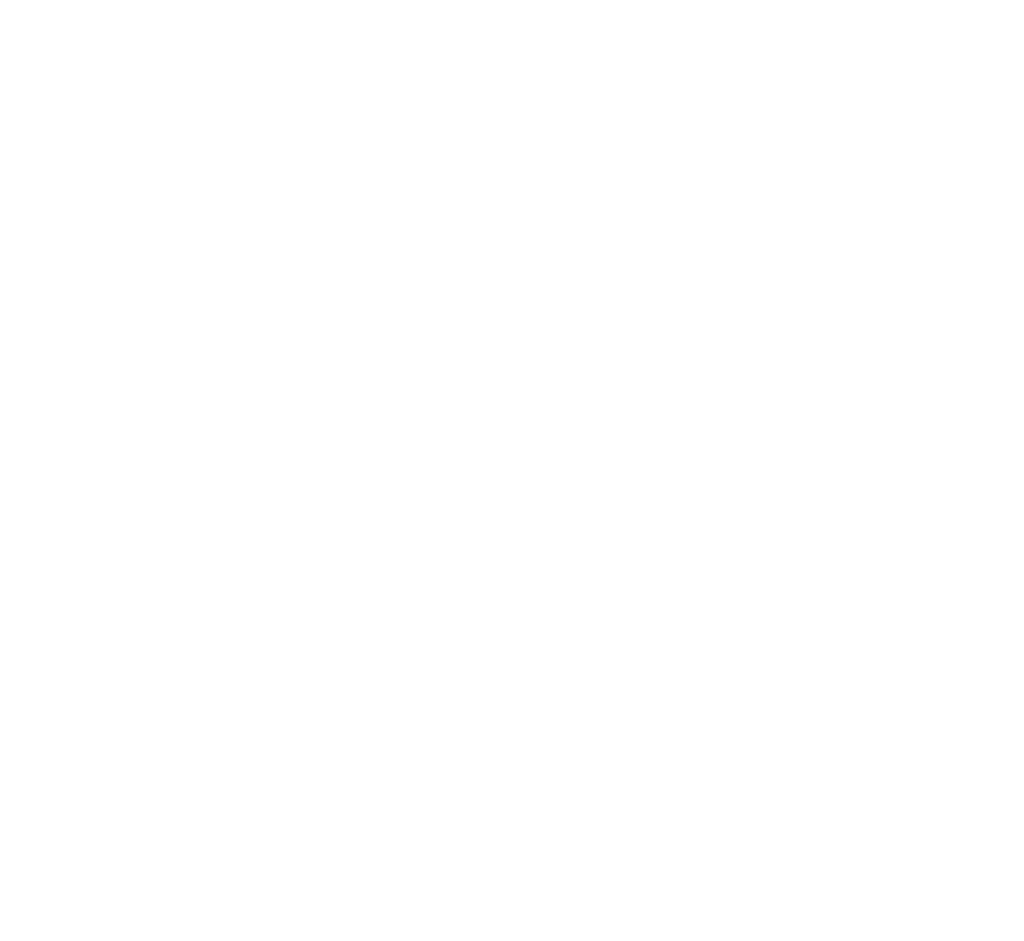
<source format=gbr>
G04 Gerber PCB Fabrication Data in Gerber  Example 2, created by Karel Tavernier, Filip Vermeire and Thomas Weyn*
G04 Ucamco copyright*
%TF.GenerationSoftware,Ucamco,UcamX,1.1.0-1400509*%
%TF.CreationDate,2014-07-14T00:00:00+01:00*%
%FSLAX25Y25*%
%MOMM*%
%TF.FileFunction,Copper,L4,Inr,Plane*%
%TF.FilePolarity,Positive*%
%TF.Part,Single*%
%TF.SameCoordinates*%
%TA.AperFunction,NonConductor*%
%ADD10C,0.20000*%
%TA.AperFunction,AntiPad*%
%ADD11C,0.90000*%
%ADD12C,1.80000*%
%ADD13C,2.50000*%
%ADD14C,3.20000*%
%ADD15C,7.00000*%
%TA.AperFunction,ThermalReliefPad*%
%AMTHERS4*1,1-$6,$1,0,0*1,$6,$2,0,0*21,$6,$1,$3,0,0,$4+$5*21,$6,$3,$1,0,0,$4+$5*%
%ADD16THERS4,1X0.60000X0.20000X45.00X0.00X0*%
%TA.AperFunction,Conductor*%
%ADD17C,0*%
G01*
%LPD*%
D17*
G36*
X100010Y8649990D02*
X4855000D01*
Y8321960D01*
X4853050Y8320430D01*
X4843196Y8308203D01*
X4839676Y8292900D01*
X4843196Y8277596D01*
X4853050Y8265370D01*
X4855000Y8263840D01*
Y7923790D01*
X4988790Y7790000D01*
X7368790D01*
X7520000Y7638790D01*
Y7276210D01*
X7438790Y7195000D01*
X6906210D01*
X6836210Y7265000D01*
X6336210D01*
X6271210Y7330000D01*
X6060220D01*
X6059010Y7333390D01*
X6050550Y7347307D01*
X6037245Y7356700D01*
X6021300Y7360014D01*
X6005354Y7356700D01*
X5992049Y7347307D01*
X5983590Y7333390D01*
X5982380Y7330000D01*
X4993790D01*
X4808790Y7145000D01*
X4363790D01*
X4223790Y7005000D01*
X3871210D01*
X3841210Y7035000D01*
X3728790D01*
X3685000Y6991210D01*
Y6633790D01*
X3715000Y6603790D01*
Y6500000D01*
X3626210D01*
X3606210Y6520000D01*
X3498790D01*
X3460000Y6481210D01*
Y6346210D01*
X3433790Y6320000D01*
X3406210D01*
X3320000Y6406210D01*
Y6453790D01*
X3370000Y6503790D01*
Y6816210D01*
X3285000Y6901210D01*
Y7591210D01*
X3196210Y7680000D01*
X2983790D01*
X2885000Y7581210D01*
Y6906210D01*
X2825000Y6846210D01*
Y6496210D01*
X2795000Y6466210D01*
Y6368790D01*
X2850000Y6313790D01*
Y5886210D01*
X2656250Y5692460D01*
X2653830Y5692710D01*
X2639386Y5691581D01*
X2626291Y5685384D01*
X2616260Y5674931D01*
X2610608Y5661592D01*
X2610075Y5647114D01*
X2614731Y5633395D01*
X2623966Y5622233D01*
X2636570Y5615090D01*
X2640000Y5613900D01*
Y5565630D01*
X2636800Y5564340D01*
X2623615Y5555706D01*
X2614787Y5542651D01*
X2611684Y5527200D01*
X2614787Y5511748D01*
X2623615Y5498694D01*
X2636800Y5490060D01*
X2640000Y5488770D01*
Y5312200D01*
X2636570Y5311010D01*
X2622521Y5302584D01*
X2613024Y5289235D01*
X2609671Y5273200D01*
X2613024Y5257164D01*
X2622521Y5243816D01*
X2636570Y5235390D01*
X2640000Y5234200D01*
Y5073790D01*
X2713790Y5000000D01*
X2743480D01*
X2744980Y4997650D01*
X2756062Y4986201D01*
X2770733Y4979983D01*
X2786667D01*
X2801338Y4986201D01*
X2812420Y4997650D01*
X2813920Y5000000D01*
X2901790D01*
X2903320Y4998060D01*
X2914098Y4988588D01*
X2927525Y4983526D01*
X2941874D01*
X2955301Y4988588D01*
X2966080Y4998060D01*
X2967610Y5000000D01*
X3133790D01*
X3190000Y4943790D01*
Y4856210D01*
X3173790Y4840000D01*
X3098790D01*
X3050000Y4791210D01*
Y4688790D01*
X3088790Y4650000D01*
X3271210D01*
X3330000Y4708790D01*
Y4823790D01*
X3376210Y4870000D01*
X3588790D01*
X3698790Y4760000D01*
X3821210D01*
X3895000Y4833790D01*
Y4913790D01*
X3920000Y4938790D01*
Y4963310D01*
X3922230Y4964820D01*
X3933096Y4975841D01*
X3938969Y4990161D01*
Y5005638D01*
X3933096Y5019959D01*
X3922230Y5030980D01*
X3920000Y5032490D01*
Y5248790D01*
X3956210Y5285000D01*
X4048790D01*
X4090000Y5243790D01*
Y4996210D01*
X4025000Y4931210D01*
Y4808790D01*
X4063790Y4770000D01*
X4290000D01*
Y4658790D01*
X4403790Y4545000D01*
X5073790D01*
X5150000Y4468790D01*
Y4203790D01*
X5368790Y3985000D01*
X9005000D01*
Y3470010D01*
X9002990D01*
Y2914990D01*
X9242340D01*
Y3470010D01*
X9240000D01*
Y4080000D01*
X9399990D01*
Y100010D01*
X100010D01*
Y8649990D01*
G37*
G36*
X3715000Y6978790D02*
X3741210Y7005000D01*
X3828790D01*
X3858790Y6975000D01*
X4236210D01*
X4376210Y7115000D01*
X4821210D01*
X5006210Y7300000D01*
X5986540D01*
X5988050Y7297740D01*
X5999087Y7286717D01*
X6013500Y7280753D01*
X6029099D01*
X6043512Y7286717D01*
X6054550Y7297740D01*
X6056060Y7300000D01*
X6258790D01*
X6323790Y7235000D01*
X6823790D01*
X6893790Y7165000D01*
X7451210D01*
X7550000Y7263790D01*
Y7651210D01*
X7381210Y7820000D01*
X5001210D01*
X4885000Y7936210D01*
Y8259270D01*
X4888140Y8260570D01*
X4899479Y8268163D01*
X4907054Y8279515D01*
X4909713Y8292900D01*
X4907054Y8306285D01*
X4899479Y8317636D01*
X4888140Y8325230D01*
X4885000Y8326530D01*
Y8649990D01*
X9399990D01*
Y4110000D01*
X8975000D01*
Y4015000D01*
X5381210D01*
X5180000Y4216210D01*
Y4481210D01*
X5086210Y4575000D01*
X4416210D01*
X4320000Y4671210D01*
Y5321210D01*
X4250000Y5391210D01*
Y5866260D01*
X3757650Y6353740D01*
X3745000Y6366260D01*
Y6616210D01*
X3715000Y6646210D01*
Y6978790D01*
G37*
G36*
X2670000Y5238620D02*
X2672220Y5240130D01*
X2683083Y5251147D01*
X2688954Y5265463D01*
Y5280936D01*
X2683083Y5295252D01*
X2672220Y5306270D01*
X2670000Y5307780D01*
Y5491510D01*
X2672450Y5492990D01*
X2684372Y5504104D01*
X2690873Y5519050D01*
Y5535349D01*
X2684372Y5550296D01*
X2672450Y5561410D01*
X2670000Y5562890D01*
Y5618320D01*
X2672220Y5619830D01*
X2682739Y5630335D01*
X2688697Y5643955D01*
X2689270Y5658811D01*
X2684380Y5672850D01*
X2682440Y5676230D01*
X2880000Y5873790D01*
Y6326210D01*
X2825000Y6381210D01*
Y6453790D01*
X2855000Y6483790D01*
Y6833790D01*
X2915000Y6893790D01*
Y7568790D01*
X2996210Y7650000D01*
X3111850D01*
X3112610Y7649760D01*
X3120613Y7648099D01*
X3128787D01*
X3136790Y7649760D01*
X3137550Y7650000D01*
X3183790D01*
X3255000Y7578790D01*
Y6888790D01*
X3340000Y6803790D01*
Y6516210D01*
X3290000Y6466210D01*
Y6393790D01*
X3393790Y6290000D01*
X3446210D01*
X3490000Y6333790D01*
Y6468790D01*
X3511210Y6490000D01*
X3593790D01*
X3613790Y6470000D01*
X3715000D01*
Y6353740D01*
X4220000Y5853740D01*
Y5378790D01*
X4290000Y5308790D01*
Y4800000D01*
X4076210D01*
X4055000Y4821210D01*
Y4918790D01*
X4120000Y4983790D01*
Y5256210D01*
X4061210Y5315000D01*
X3943790D01*
X3890000Y5261210D01*
Y5036880D01*
X3886580Y5035700D01*
X3872533Y5027277D01*
X3863038Y5013931D01*
X3859686Y4997900D01*
X3863038Y4981868D01*
X3872533Y4968523D01*
X3886580Y4960100D01*
X3890000Y4958920D01*
Y4951210D01*
X3865000Y4926210D01*
Y4846210D01*
X3808790Y4790000D01*
X3711210D01*
X3601210Y4900000D01*
X3363790D01*
X3300000Y4836210D01*
Y4721210D01*
X3258790Y4680000D01*
X3101210D01*
X3080000Y4701210D01*
Y4778790D01*
X3111210Y4810000D01*
X3186210D01*
X3220000Y4843790D01*
Y4956210D01*
X3146210Y5030000D01*
X2974260D01*
X2973220Y5033710D01*
X2966688Y5046927D01*
X2955813Y5056882D01*
X2942071Y5062221D01*
X2927328D01*
X2913586Y5056882D01*
X2902711Y5046927D01*
X2896180Y5033710D01*
X2895140Y5030000D01*
X2817390D01*
X2816140Y5033300D01*
X2807595Y5046868D01*
X2794409Y5055992D01*
X2778700Y5059205D01*
X2762990Y5055992D01*
X2749804Y5046868D01*
X2741260Y5033300D01*
X2740010Y5030000D01*
X2726210D01*
X2670000Y5086210D01*
Y5238620D01*
G37*
D10*
X9038000Y2966080D02*
X9165000D01*
Y3030420D01*
X9165000Y3147050D02*
X9038000D01*
X9129020Y3087540D01*
Y3167960D01*
%LPC*%
D11*
X509700Y1647900D03*
Y1877900D03*
X574700Y2252400D03*
X669700Y2452900D03*
X510200Y2443650D03*
X507920Y2445890D03*
X509700Y2622900D03*
Y2917900D03*
Y2802900D03*
Y3027900D03*
Y3212900D03*
X564700Y3482900D03*
X510200Y3396150D03*
Y3586650D03*
Y3777150D03*
Y3967650D03*
X504700Y4107900D03*
X529700Y4682900D03*
X605700Y5007900D03*
X609700Y5167900D03*
Y5302900D03*
X654700Y5591900D03*
X637750Y5729000D03*
X674700Y7187900D03*
X639700Y7037900D03*
X700700Y1557900D03*
X797720Y1893930D03*
X709700Y1747900D03*
X849700Y1742900D03*
X700700Y1966900D03*
Y2156900D03*
X903790Y2119030D03*
X849700Y2037900D03*
X699700Y2347900D03*
X779700Y2452900D03*
X844700Y4347900D03*
X834700Y4827900D03*
X684700Y4767900D03*
X834700Y5032900D03*
X679700Y4897900D03*
X834700Y5227900D03*
X934700Y5724000D03*
X869700Y6922900D03*
X850000Y7197900D03*
X814700Y7587900D03*
X1134700Y987900D03*
X954700Y932900D03*
X1169700Y1772900D03*
X1194700Y1867900D03*
X1131700Y1984900D03*
X1124700Y2112900D03*
Y2244900D03*
X1154700Y2772900D03*
X1164700Y2892900D03*
Y3177900D03*
X1104700Y3107900D03*
X1139700Y3349900D03*
X1164700Y3777900D03*
X1059700Y4032900D03*
X992930Y4122900D03*
X1054700Y4207900D03*
X1194700Y4412900D03*
X969700Y4347900D03*
X1134700Y5027900D03*
X1034700Y5227900D03*
X1132430Y5230170D03*
Y5330170D03*
X1034700Y5637900D03*
X1134700D03*
Y5527900D03*
X979700Y6672900D03*
X1164700D03*
X1350950Y706650D03*
X1329900Y1192700D03*
X1349700Y1902900D03*
X1464700Y1767900D03*
X1454700Y1962900D03*
X1459700Y2542900D03*
X1332700Y2829900D03*
X1374700Y3152900D03*
X1229700Y3414930D03*
X1394700Y3692900D03*
X1219700Y3667900D03*
X1294700Y4032900D03*
X1324700Y4832900D03*
X1334700Y5327900D03*
Y5227900D03*
X1234700Y5527900D03*
X1334700D03*
X1272200Y5857900D03*
X1430950Y5861650D03*
X1272200Y5957900D03*
X1449700Y6387900D03*
Y6492900D03*
X1414700Y6697900D03*
X1314700Y7822900D03*
X1684950Y430050D03*
X1494450Y938150D03*
X1649700Y932900D03*
X1584700Y1762900D03*
X1479700Y2072900D03*
X1704700Y2062900D03*
X1584700Y2092900D03*
X1574700Y1922900D03*
X1489700Y2422900D03*
X1703130Y2515080D03*
X1629700Y2557900D03*
X1679700Y2812900D03*
X1659700Y3037900D03*
X1504700Y3307900D03*
X1484700Y3682900D03*
X1494700Y4352900D03*
X1504700Y5012900D03*
X1629700Y4877900D03*
X1713370Y5047140D03*
X1644700Y5242900D03*
X1531290Y5124470D03*
X1584700Y5562900D03*
X1557950Y6611150D03*
X1716700Y6770900D03*
X1484700Y6967900D03*
X1557950Y6872900D03*
X1544700Y7191700D03*
X1579700Y7332900D03*
X1625000Y7592900D03*
X1694700Y8082900D03*
X1714700Y8232900D03*
X1557950Y8332900D03*
X1933800Y803900D03*
X1964500Y1192700D03*
X1845110Y1851550D03*
X1754700Y1847900D03*
X1874700Y1667900D03*
X1904700Y2072900D03*
X1804700Y2067900D03*
X1864700Y1957900D03*
X1959700Y2327900D03*
X1789700Y2207900D03*
X1964700Y2227900D03*
X1779700Y2665400D03*
X1977130Y2462900D03*
X1849700Y3242900D03*
X1814700Y3017900D03*
X1764700Y3472900D03*
X1769700Y3352900D03*
X1874700Y3350400D03*
X1989700Y3617900D03*
X1789700Y3767900D03*
X1809700Y3672900D03*
X1958350Y3958860D03*
X1784700Y4172900D03*
X1974700D03*
X1964700Y4407900D03*
X1779700Y4697900D03*
X1989700Y5257900D03*
Y5157900D03*
X1869700Y5397900D03*
X1751360Y5669560D03*
X1869700Y6192900D03*
X1974700Y6317900D03*
X1854200Y6412400D03*
X1799700Y6670200D03*
X1989700Y6772900D03*
X1875450Y7192900D03*
X1919700Y7517900D03*
X1907200Y7301400D03*
X1930700Y7927900D03*
X1814700Y8217900D03*
X1875450Y8337900D03*
X2050000Y685000D03*
Y1135000D03*
X2077200Y1347900D03*
X2200200Y1618400D03*
X2024700Y2107900D03*
X2274700Y2027900D03*
X2114700Y2207900D03*
X2219700D03*
X2199700Y2422900D03*
X2110800Y2541800D03*
X2089700Y2702900D03*
X2134700Y2942900D03*
X2163740Y2804000D03*
X2014700Y2792900D03*
X2129700Y3052900D03*
X2244700Y3412900D03*
X2209700Y3717900D03*
X2214700Y3622900D03*
X2244700Y3522900D03*
X2154700Y4237900D03*
X2239700Y4507900D03*
X2064700Y4812900D03*
X2131390Y4713900D03*
X2257500Y4715700D03*
X2244700Y4607900D03*
X2164700Y5057900D03*
X2179700Y4907900D03*
X2109700Y4987900D03*
X2144700Y5387900D03*
X2114700Y5157900D03*
X2109700Y5602900D03*
X2204700Y5722900D03*
X2199700Y6917900D03*
X2204210Y7029280D03*
X2192950Y7491900D03*
X2097700Y7301400D03*
X2139700Y7927900D03*
X2034200Y8337900D03*
X2419700Y892900D03*
X2519700Y1127900D03*
X2539700Y1337900D03*
X2359700Y1912900D03*
X2529700Y2317900D03*
X2429700Y2577900D03*
X2439700Y2467900D03*
X2319930Y2578400D03*
X2439640Y2740000D03*
X2448600Y2931800D03*
X2539700Y2962900D03*
X2287200Y3165400D03*
X2489700Y3047900D03*
X2529700Y3352900D03*
X2499700Y3462900D03*
X2444700Y3672900D03*
X2314700Y3722900D03*
X2415200Y3967650D03*
X2304700Y4167900D03*
X2397700Y4765200D03*
X2524700D03*
X2284700Y4902900D03*
X2394700D03*
X2524700Y5019200D03*
X2389700Y5257900D03*
X2524700Y5142900D03*
X2397700Y5146200D03*
X2294700Y5282900D03*
X2397700Y5654200D03*
X2524700Y5781200D03*
X2397700D03*
X2460000Y5970000D03*
Y6225000D03*
X2335000D03*
X2524700Y6670200D03*
X2397700D03*
X2524700Y6543200D03*
X2399700Y6797900D03*
X2319700Y6882900D03*
X2524700Y6797200D03*
X2364700Y7012900D03*
X2399700Y7342900D03*
X2288200Y7301400D03*
X2284700Y7927900D03*
X2423860Y7918620D03*
X2515900Y8081700D03*
X2324700Y8072900D03*
X2351700Y8342900D03*
X2699700Y767900D03*
X2614700Y867900D03*
X2764700Y862900D03*
X2802700Y1724900D03*
X2554700Y1822900D03*
X2799700Y2119400D03*
X2689700Y2157900D03*
Y2052900D03*
X2704700Y1942900D03*
X2714700Y2357900D03*
X2809700Y2522900D03*
X2596010Y2578780D03*
X2674700Y2832900D03*
X2704700Y2963900D03*
X2702700Y3479900D03*
X2793400Y3976310D03*
X2605700Y3967650D03*
X2794700Y4147900D03*
X2779700Y4767900D03*
X2778700Y5019200D03*
X2649700Y5273200D03*
X2651700Y5527200D03*
X2779700Y5527900D03*
X2649700Y5652900D03*
X2586630Y5973370D03*
X2779700Y6412900D03*
X2651700Y6670200D03*
Y6543200D03*
X2778700Y6670200D03*
X2656970Y6943510D03*
X2778700Y6797200D03*
X2651700D03*
X2589700Y7422900D03*
X2724700Y7577900D03*
X2796200Y8012900D03*
X2891450Y531150D03*
X2859700Y757900D03*
X3059700Y837900D03*
X2924700Y857900D03*
X3019700Y1277900D03*
X2989700Y1617900D03*
X3074700Y1622900D03*
X2879700Y1497900D03*
X3019700Y2102900D03*
X2824700Y2352900D03*
X3074700Y2327900D03*
X2965860Y2226740D03*
X2814700Y2894900D03*
Y2757900D03*
Y3197900D03*
X3079700Y3042900D03*
X2814700Y3349900D03*
X3029700Y3350400D03*
X3014700Y3687900D03*
X2852750Y3624000D03*
X3024700Y4292900D03*
X2905700Y4511200D03*
Y4638200D03*
X2934700Y5022900D03*
X3019700Y4957900D03*
X3004700Y5844700D03*
X2879700Y5777200D03*
X3032700Y6416200D03*
Y6670200D03*
X2824700Y6942900D03*
X2984700D03*
X2904700Y6797900D03*
X3075000Y7797600D03*
X2869700Y8277900D03*
X3054700D03*
X3081950Y527900D03*
X3119700Y737900D03*
X3214700Y1332900D03*
X3249700Y1772900D03*
X3169450Y2139900D03*
X3269700Y2287900D03*
X3184700Y2447900D03*
X3179700Y2642900D03*
Y2837900D03*
X3249700Y2942900D03*
X3114700Y3147900D03*
X3219700Y3047900D03*
X3110000Y3490000D03*
X3084700Y3777900D03*
X3334700Y3595000D03*
X3149700Y3687900D03*
X3126400Y3974600D03*
X3284700Y3807900D03*
X3161400Y4532900D03*
X3284700Y4512900D03*
X3159700Y4384200D03*
X3259700Y5132900D03*
X3304000Y5527200D03*
X3307000Y5400200D03*
X3306000Y5654200D03*
X3314700Y5781200D03*
X3171890Y5997900D03*
X3234700Y6072900D03*
X3214700Y6217900D03*
X3159700Y6672900D03*
Y6543200D03*
X3286700D03*
Y6670200D03*
X3159700Y6797200D03*
Y7232900D03*
X3324700Y7357900D03*
X3124700Y7687900D03*
X3225000Y7692900D03*
X3125000Y7947900D03*
X3229700Y7927900D03*
X3234700Y8277900D03*
X3359700Y1292900D03*
X3354700Y1622900D03*
X3394690Y1429900D03*
X3554700Y1395400D03*
X3558350Y1624900D03*
X3449700Y2122900D03*
X3379700Y2042900D03*
X3394700Y2642900D03*
X3579700Y2542900D03*
Y3242900D03*
Y3142900D03*
X3479700Y3242900D03*
X3579700Y3342900D03*
X3479700D03*
X3355000Y3325000D03*
X3494700Y3967650D03*
X3405920Y3859120D03*
X3579700Y4242900D03*
X3404700Y4247900D03*
X3413700Y5258900D03*
X3540700Y5263900D03*
X3413700Y5896900D03*
X3540700Y5893900D03*
X3414700Y6667900D03*
X3413700Y6543200D03*
X3540700Y6670200D03*
X3439700Y6942900D03*
X3540700Y6797200D03*
X3612200Y7333150D03*
X3599700Y8277900D03*
X3414700D03*
X3646800Y545000D03*
X3664700Y757900D03*
X3864700Y1202900D03*
X3689700Y1207900D03*
X3749950Y1618150D03*
X3671690Y2440040D03*
X3779700Y2342900D03*
Y2442900D03*
Y2642900D03*
Y2542900D03*
X3679700D03*
Y2942900D03*
X3879700Y3242900D03*
X3779700D03*
X3679700Y3142900D03*
X3779700D03*
Y3437900D03*
X3879700Y3442900D03*
X3679700Y3342900D03*
X3649700Y3707900D03*
X3854700Y3712900D03*
X3645000Y3555000D03*
X3779700Y3542900D03*
X3749700Y3702900D03*
X3685200Y3967650D03*
X3875700D03*
X3774700Y4242900D03*
X3667700Y5269900D03*
X3794700Y5897900D03*
X3667700Y5895900D03*
Y6543200D03*
X3794700Y6670200D03*
X3614700Y6947900D03*
X3789700D03*
X3714700Y7197900D03*
X3684700Y7442900D03*
X3774700Y7472900D03*
X3853500Y8189100D03*
X3779700Y8277900D03*
X4129700Y1192700D03*
X4104700Y1597900D03*
X3964700Y2107900D03*
X3949700Y1922900D03*
X4069700Y2237900D03*
X4074860Y2342720D03*
X3939700Y2237900D03*
X3979700Y2442900D03*
X4079700D03*
X4089150Y2714210D03*
X3974700Y2642900D03*
X3979700Y2942900D03*
X4080000Y2842900D03*
X4066200Y3967650D03*
X3907450Y4237900D03*
X4079700Y4232900D03*
X4049700Y4387900D03*
X3922640Y4509350D03*
X3919700Y4637900D03*
X3899700Y4997900D03*
X3989700Y5002900D03*
X3901000Y5654200D03*
X3902000Y5400200D03*
X3904000Y5527200D03*
X3921700Y6543200D03*
Y6670200D03*
Y6800900D03*
X3934700Y7087900D03*
X3949700Y7357900D03*
X4124700Y7907900D03*
X4139700Y8277900D03*
X3959700D03*
X4269700Y1192900D03*
X4349700Y1627900D03*
X4409700Y1697900D03*
X4404700Y1882900D03*
X4379700Y2142900D03*
X4189700Y1932900D03*
X4379700Y2442900D03*
Y2342900D03*
X4179700Y2242900D03*
X4274700Y2237900D03*
X4179700Y2542900D03*
X4274890Y2643050D03*
X4279700Y2842900D03*
X4379700D03*
X4175000Y2842400D03*
X4379700Y3142900D03*
Y3242900D03*
X4179700Y3042900D03*
X4379700Y3342900D03*
X4383700Y3706900D03*
X4256700Y3967650D03*
X4254700Y3857900D03*
X4244700Y4237900D03*
X4383700Y4238900D03*
X4298700Y4507900D03*
X4169700Y4511200D03*
X4175700Y4638200D03*
X4304700Y6412900D03*
X4304950Y6544700D03*
Y6671700D03*
X4177950Y6544700D03*
X4319950Y6793900D03*
X4259700Y7337900D03*
X4434700Y1192900D03*
X4554700Y1633400D03*
X4539700Y1882900D03*
X4479700Y1747900D03*
X4596700Y1772900D03*
X4479700Y2142900D03*
X4679700Y2242900D03*
X4479700Y2342900D03*
X4571870Y2345610D03*
X4579700Y2239070D03*
X4479700Y2542900D03*
Y2642900D03*
X4579700Y2542900D03*
Y2642900D03*
X4679700D03*
X4579700Y2942900D03*
X4679700D03*
Y2842900D03*
X4479700Y2942900D03*
X4579700Y2742900D03*
Y2842900D03*
X4479700Y2742900D03*
X4679700D03*
X4479700Y2842900D03*
Y3042900D03*
X4579700D03*
X4679700Y3142900D03*
X4479700D03*
X4679700Y3042900D03*
X4479700Y3242900D03*
X4579700Y3342900D03*
X4679700Y3442900D03*
X4579700D03*
X4479700Y3342900D03*
Y3542900D03*
X4579700Y3630000D03*
X4679700Y3542900D03*
X4544700Y3762900D03*
X4439700Y3967900D03*
X4542450Y4235150D03*
X4429700Y4638200D03*
X4556700D03*
X4551600Y4770100D03*
X4429700Y4767900D03*
X4551600Y4897100D03*
Y5024100D03*
X4424600D03*
X4551600Y5151100D03*
Y5278100D03*
X4424600D03*
X4551600Y5405100D03*
Y5532100D03*
X4424600D03*
X4551600Y5659100D03*
X4429700Y5781000D03*
X4556700D03*
Y5908000D03*
Y6035000D03*
X4429700D03*
X4556700Y6162000D03*
Y6289000D03*
Y6416000D03*
X4429700Y6670000D03*
Y6543000D03*
X4556700D03*
X4461950Y6793900D03*
X4799700Y1012900D03*
X4904700Y1007900D03*
X4734450Y1618150D03*
X4924450D03*
X4739700Y1732900D03*
X4834700Y1737900D03*
X4924450Y1872900D03*
X4769700Y1907900D03*
X4759700Y2097900D03*
X4879700Y2142900D03*
X4794700Y2202900D03*
X4694700Y2347900D03*
X4774700Y2442900D03*
X4779700Y2942900D03*
X4810000Y2760000D03*
X4779700Y3042900D03*
X4795790Y3229310D03*
X4879700Y3142900D03*
Y3242900D03*
Y3442900D03*
X4764990Y3359180D03*
X4779700Y3442900D03*
Y3620000D03*
X4828200Y3967650D03*
X4699700Y4082900D03*
X4869700Y4092900D03*
X4810700Y4384200D03*
X4809700Y4642900D03*
X4931950Y5973900D03*
X4791950Y6813900D03*
X4936950Y6953900D03*
Y7058900D03*
X4940000Y7635000D03*
X4874700Y8292900D03*
X5205000Y548200D03*
X5019700Y487900D03*
X5082200Y840400D03*
X5084700Y1618150D03*
X5159700Y1712900D03*
X5054700Y2142900D03*
X4974700Y2247900D03*
X5194700Y2292900D03*
X4979700Y2502900D03*
X5034700Y2597900D03*
X5191190Y2715740D03*
X4965000Y2835000D03*
X5114700Y3022900D03*
X5034700Y3092900D03*
X5037750Y3445000D03*
X5039700Y3582900D03*
X5189700Y4082900D03*
X5029700D03*
X5196950Y6138900D03*
X5046950Y6108900D03*
X5206950Y6301960D03*
X5201950Y6423900D03*
X5131950Y6373900D03*
X5036950Y6220930D03*
X5091950Y6298900D03*
X5160810Y6498290D03*
X5091950Y6558900D03*
X5017530Y6649180D03*
X5041950Y6730600D03*
X4971950Y6785600D03*
X5006950Y6893900D03*
X5011950Y7008900D03*
X5114700Y7907900D03*
X5144700Y8262900D03*
X5431450Y674650D03*
X5272700Y675900D03*
X5249700Y842900D03*
X5431450Y839650D03*
X5249700Y1032900D03*
X5304700Y1822900D03*
X5429700Y2712900D03*
X5299700Y2562900D03*
X5304700Y2707900D03*
X5284700Y3090400D03*
X5309700Y3342900D03*
X5450000Y3470000D03*
X5264700Y4327900D03*
X5261950Y5213900D03*
X5446950Y5343900D03*
X5431950Y5583900D03*
X5266950Y5771750D03*
X5321950Y6023900D03*
X5246950Y5943900D03*
X5344700Y6147900D03*
X5446950Y6008900D03*
X5471950Y6763900D03*
X5476950Y6943900D03*
X5347900Y8262900D03*
X5449500D03*
X5246300D03*
X5514700Y547900D03*
X5590200Y687400D03*
X5555000Y1007600D03*
X5669700Y1007900D03*
X5559700Y1872900D03*
X5634700Y1827900D03*
X5538200Y2221400D03*
X5519700Y2432900D03*
X5554700Y2577900D03*
X5745300Y2627900D03*
X5594700Y2722900D03*
X5536950Y6653900D03*
X5671950Y6518900D03*
X5636950Y6623900D03*
X5626950Y6758900D03*
X5646950Y6903900D03*
X5537800Y7003900D03*
X5524700Y7428400D03*
X5551100Y8262900D03*
X5652700D03*
X5829700Y512900D03*
X5959700D03*
X5748950Y677150D03*
X5907700Y674900D03*
X5754700Y837900D03*
X5809700Y2102900D03*
X5891550Y2352840D03*
X5989700Y2512900D03*
X6004700Y2867900D03*
Y3112900D03*
X5872200Y3110400D03*
X5819700Y3677900D03*
X5786950Y6428900D03*
X5754700Y7517900D03*
X5869600Y8237800D03*
X6066450Y686150D03*
X6074700Y842900D03*
X6225200Y687400D03*
X6229400Y848200D03*
X6129700Y1547900D03*
X6259700Y2587900D03*
X6244700Y2457900D03*
X6274700Y3132900D03*
X6134700Y3312900D03*
X6220000Y3545000D03*
X6258450Y4298900D03*
X6226950Y4523900D03*
X6221780Y4377430D03*
X6266950Y4613900D03*
X6141950Y4763900D03*
X6189090Y5071040D03*
X6051950Y5038900D03*
X6241950Y6013900D03*
X6251950Y6111200D03*
X6242010Y6304280D03*
X6230760Y6193520D03*
X6236950Y6446280D03*
X6193020Y6547520D03*
X6016950Y6578900D03*
X6116950Y6908800D03*
X6236950Y6843900D03*
X6198600Y6965950D03*
X6021300Y7320000D03*
X6044700Y8187900D03*
X6034700Y8087900D03*
X6369700Y507900D03*
X6383950Y687150D03*
X6379700Y847900D03*
X6542700Y680900D03*
X6354700Y1007900D03*
X6412200Y1665400D03*
X6344700Y1782900D03*
X6319700Y1982900D03*
X6544700Y2157900D03*
X6319700Y2707900D03*
X6339700Y2517900D03*
X6504690Y2907890D03*
X6544700Y3107900D03*
X6474700Y3797900D03*
X6387790Y4316140D03*
X6486950Y4573900D03*
X6361950Y4508900D03*
X6461950Y4834900D03*
X6326950Y4978900D03*
X6476950Y5013900D03*
X6346950Y5358900D03*
X6463340Y5258900D03*
X6331950Y5225200D03*
X6456950Y5133900D03*
X6541950Y5122670D03*
X6492050Y6004780D03*
X6366950Y6008900D03*
X6374450Y6208900D03*
X6461950Y6593900D03*
X6291950Y6528900D03*
X6316950Y6735200D03*
X6476950Y7033800D03*
X6655000Y513200D03*
X6701450Y679650D03*
X6599700Y1027900D03*
X6764700Y1037900D03*
X6694700Y1342900D03*
X6804700Y2177900D03*
X6659700Y2517900D03*
X6754700Y2587900D03*
X6605660Y2631550D03*
X6745900Y2726700D03*
X6734700Y3152900D03*
X6564700Y3432900D03*
X6689700Y3412900D03*
X6584700Y3342900D03*
X6710000Y3697600D03*
X6769700Y3627900D03*
X6630000Y3647900D03*
X6568190Y4318840D03*
X6666950Y4243900D03*
X6761950Y4188900D03*
X6556950Y4423900D03*
Y4798900D03*
X6562150Y4701120D03*
X6623810Y4931610D03*
X6612720Y5021890D03*
X6806950Y5153900D03*
X6766950Y5268900D03*
X6776950Y5383900D03*
X6741950Y6208900D03*
X6581950Y6193900D03*
X6656790Y6298590D03*
X6731950Y6398980D03*
X6641950Y6461400D03*
X6546950Y6593900D03*
X6721950Y6633900D03*
X6701950Y6788900D03*
X6554200Y6813550D03*
X6591300Y7321300D03*
X6694700Y8262900D03*
X7018950Y838650D03*
X6862200Y845400D03*
X6964700Y677900D03*
X6860200Y687400D03*
X7079700Y1037900D03*
X6830000Y1808200D03*
X6884700Y1667900D03*
X6964700Y1857900D03*
X6939700Y2127900D03*
X7034700Y2082900D03*
X6929700Y2427900D03*
X6814700Y2282900D03*
X6933500Y2584100D03*
X6928500Y2884100D03*
X6933500Y3031700D03*
X6930900Y3184100D03*
X6829700Y3402900D03*
X6959700Y3607900D03*
X6921950Y4528900D03*
X6874800Y4325200D03*
X6864600Y4820830D03*
X7051950Y4813900D03*
X6866790Y4709080D03*
X7031950Y4623900D03*
X6878840Y4930910D03*
X6890770Y5039700D03*
X7066950Y4928900D03*
X7026950Y5128900D03*
X6956950Y5325200D03*
X6996950Y5763900D03*
X6908540Y5865490D03*
X6871950Y5983900D03*
X6866950Y6093900D03*
X7039460Y6109240D03*
X7052350Y6293900D03*
X6871950Y6413900D03*
X6886950Y6604000D03*
X6986690Y6605270D03*
X6946950Y6818900D03*
X6981950Y7053900D03*
X6876950Y7048900D03*
X6987200Y7955400D03*
X7110000Y3403200D03*
X7284700Y3637900D03*
X7119700Y3842900D03*
X7150000Y4180000D03*
X7321950Y4450200D03*
X7167100Y4721700D03*
X7181950Y5025200D03*
X7081950Y5225200D03*
X7121950Y5808900D03*
X7191950Y5998900D03*
X7217180Y6109320D03*
X7166950Y6407950D03*
X7161950Y6207950D03*
X7116950Y6688900D03*
X7141950Y6913900D03*
X7158450Y7396650D03*
X7154700Y8252900D03*
X7256300D03*
X7509700Y3202900D03*
X7535000Y4255000D03*
X7425000Y4525000D03*
X7471950Y4963900D03*
X7561950Y5118900D03*
X7574700Y5517700D03*
X7540000Y6210000D03*
X7571950Y6643900D03*
X7561100Y8252900D03*
X7459500D03*
X7357900D03*
X7719700Y507900D03*
X7794700Y1822900D03*
X7670000Y1662900D03*
X7642600Y2185000D03*
X7644910Y2078960D03*
X7812600Y2380000D03*
X7649700Y2300000D03*
X7812600Y2700000D03*
X7752600Y2620000D03*
X7807600Y2540000D03*
X7747600Y2460000D03*
X7751800Y2780000D03*
X7762600Y3180000D03*
X7807600Y3100000D03*
X7739700Y3497900D03*
X7619700Y3582900D03*
X7839700Y3840650D03*
X7825000Y4270000D03*
X7670610Y4395490D03*
X7760000Y4485000D03*
X7670650Y4625200D03*
X7685060Y4847350D03*
X7721850Y5025350D03*
X7868650Y5022850D03*
Y5334000D03*
X7869400Y5217030D03*
X7701950Y5173900D03*
Y6438900D03*
X7761950Y6208900D03*
X7709900Y6642100D03*
X7773400Y7061200D03*
X7865900Y8252900D03*
X7764300D03*
X7662700D03*
X7907950Y966150D03*
X8088950Y1237150D03*
X7987600Y2020000D03*
X7891800Y2100000D03*
X8104700Y2185000D03*
X7891800Y2260000D03*
X8084700Y2342100D03*
X8104700Y2502100D03*
X7891800Y2580000D03*
Y2740000D03*
X8092600Y2820000D03*
X7891800Y2900000D03*
X8094700Y2982100D03*
X7891800Y3060000D03*
X8099700Y3142100D03*
X7891800Y3220000D03*
X7929700Y3577900D03*
X8085000Y4302990D03*
X8101950Y4538000D03*
X8024220Y4439300D03*
X7936950Y4823900D03*
X7926950Y4638900D03*
X8066950Y4743900D03*
X7953650Y5023960D03*
X8091950Y5019200D03*
X8101950Y5125200D03*
X7954350Y5219970D03*
X8136950Y5325200D03*
X8104700Y5517700D03*
X8086950Y6053900D03*
X7967880Y6014340D03*
X7931950Y6428900D03*
X8095000Y6210000D03*
X7941950Y6203900D03*
X8096950Y6305550D03*
X7981950Y6353900D03*
X7986950Y6614600D03*
X8111950Y6618900D03*
Y6763900D03*
X7946950Y6828900D03*
X8114700Y7687900D03*
X8029700Y7647900D03*
X8289700Y1692900D03*
Y2140000D03*
X8279700Y2302900D03*
X8156750Y2684950D03*
X8259700Y3047900D03*
X8155000Y4210000D03*
X8261950Y4525200D03*
X8151950Y4418900D03*
X8337110Y4419080D03*
X8266950Y4823900D03*
X8361950Y4832350D03*
X8155200Y4638900D03*
X8268400Y4708230D03*
X8356950Y4708900D03*
X8151950Y4925200D03*
X8271950Y5010060D03*
X8266950Y5233900D03*
X8271950Y5123900D03*
X8268700Y5892800D03*
X8266640Y6107450D03*
X8360150Y6103240D03*
X8271950Y6408900D03*
X8268700Y6705600D03*
X8357900Y6707950D03*
X8267900Y6807950D03*
X8356000Y6907950D03*
X8174700Y7212900D03*
X8356950Y7003900D03*
X8268700Y7004050D03*
X8559700Y1072900D03*
X8592700Y2665900D03*
X8589700Y2507900D03*
X8595200Y2983400D03*
X8594700Y2824650D03*
X8595450Y3142150D03*
X8589700Y3657900D03*
X8604700Y3812900D03*
X8550000Y4225200D03*
X8471210Y4701230D03*
X8604900Y5517700D03*
X8621950Y6007100D03*
X8591950Y6108700D03*
X8541950Y5923900D03*
X8433800Y6407150D03*
X8591950Y6305550D03*
X8930300Y3663500D03*
X8802100Y4257900D03*
X8797100Y5285000D03*
X8684700Y6130500D03*
X8776700Y6527800D03*
X8686000Y6908800D03*
X8754700Y7257900D03*
X9124700Y4478840D03*
X9141000Y4775200D03*
X9000300Y5295100D03*
X9005100Y5975000D03*
X9131000Y6527800D03*
X9005300Y7061200D03*
D12*
X900000Y3510000D03*
D13*
Y1490000D03*
D14*
X400000Y7250000D03*
X4300000Y400000D03*
X9100000Y7250000D03*
D15*
X500000Y500000D03*
Y8250000D03*
X9000000Y500000D03*
Y8250000D03*
D16*
X3289700Y2450480D03*
X3759700Y1873150D03*
X3874860Y2642720D03*
X3794700Y4877900D03*
X3979700Y2542900D03*
X4114700Y4872900D03*
X3959700D03*
X3999700Y5202900D03*
X6356950Y6350900D03*
X6546950Y4168900D03*
X7970000Y4210000D03*
X7956000Y5330000D03*
X8349950Y4525200D03*
Y4325200D03*
X874100Y2442190D03*
X878120Y2838420D03*
X894700Y3260000D03*
X863250Y5616450D03*
X1145200Y1222400D03*
X964700Y3657900D03*
X1049700Y4492900D03*
X1029700Y5127900D03*
X1134700Y5427900D03*
X1159700Y7082900D03*
X1244900Y660000D03*
X1342190Y3022900D03*
X1399700Y3447900D03*
X1279810Y6621950D03*
X1361650Y7510950D03*
X1534860Y5328080D03*
X1699700Y5487900D03*
X1557950Y7987900D03*
X1675000Y7887900D03*
X1804700Y1517900D03*
X1936850Y1818520D03*
X1834700Y4792900D03*
X1849700Y5987900D03*
X2158500Y4081700D03*
X2030770Y7986550D03*
X2404700Y1332900D03*
X2434700Y1822900D03*
X2489700Y3892900D03*
X2419700Y4087900D03*
X2351700Y7190900D03*
X2778700Y4892200D03*
X2779700Y5147900D03*
Y5652900D03*
Y5402900D03*
X2915000Y1770000D03*
X2859700Y3882900D03*
X2934700Y4872900D03*
X2827950Y7202900D03*
X3160080Y4762710D03*
X3114700Y4890000D03*
X3144700Y7577900D03*
X3139700Y8042900D03*
X3479700Y3142900D03*
X3539700Y4767900D03*
X3409700Y4762900D03*
X3539700Y6417900D03*
X3414700D03*
X3604700Y7202900D03*
X3514700Y7892900D03*
X3879700Y2942900D03*
X3854700Y3617900D03*
X3667700Y6415900D03*
X3979700Y3042900D03*
X3924700Y4763900D03*
X4370550Y703750D03*
X4379700Y2942900D03*
X4174700Y6417900D03*
X4199700Y7172900D03*
X4542450Y3987550D03*
X4429700Y4892900D03*
X4424600Y5151100D03*
Y5405100D03*
Y5659100D03*
X4429700Y5908000D03*
Y6162000D03*
Y6416000D03*
Y6289000D03*
X4800900Y8174100D03*
X5082200Y1025400D03*
X5193700Y1903900D03*
X5190000Y2931650D03*
X5034700Y3242900D03*
X5114700Y3717900D03*
X5058700Y4446900D03*
X4955200Y7428400D03*
X5393350Y1676550D03*
X5348150Y7159450D03*
X5994700Y2287900D03*
X6009700Y2722900D03*
X5879700Y3337900D03*
X5749700Y7402900D03*
X6016800Y3220000D03*
X6264700Y3797900D03*
X6261950Y4183900D03*
X6496350Y4364280D03*
X6396950Y4748350D03*
X6376010Y5894360D03*
X6501950Y6113310D03*
X6804700Y2082400D03*
X6591950Y5378900D03*
X6565000Y5892350D03*
X6571950Y6303900D03*
Y7053900D03*
X6809700Y8097900D03*
X7064900Y5517700D03*
X7046950Y5993900D03*
X6884390Y6203790D03*
X6919700Y8097900D03*
X7302500Y684700D03*
X7114000Y2147320D03*
X7271950Y4298900D03*
X7081950Y4523900D03*
X7129700Y7562900D03*
X7435800Y976800D03*
X7414700Y3662900D03*
X7577750Y3727900D03*
X7670000Y4180000D03*
X7880000Y4410000D03*
X7776950Y4723900D03*
X7849700Y5517700D03*
X7781950Y5878900D03*
X7764100Y6080670D03*
X7781950Y6323900D03*
X7954700Y1907900D03*
X7951950Y5863900D03*
X7946950Y7013900D03*
X8164700Y1948350D03*
X8221950Y5417900D03*
X8351950Y5993900D03*
X8271950Y6223900D03*
X8424700Y2762900D03*
X8927700Y1395900D03*
X8932950Y2189650D03*
X8941700Y2665900D03*
X8779700Y4887900D03*
X8769700Y6287900D03*
X8744700Y7877900D03*
X8948950Y3142150D03*
X2778700Y5908200D03*
Y6162200D03*
Y6289200D03*
X2894760Y6405410D03*
X3274700Y6297900D03*
X4279700Y3042900D03*
X4479700Y3442900D03*
X3794700Y6417900D03*
X3919700D03*
X4379700Y2642900D03*
X4279700Y2542900D03*
X4674700Y1882900D03*
X5042410Y2392160D03*
M02*
</source>
